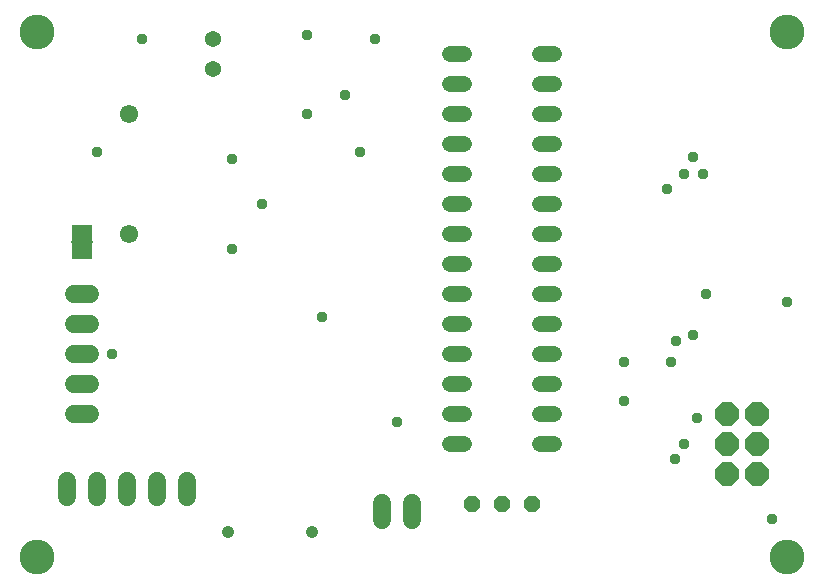
<source format=gbs>
G75*
G70*
%OFA0B0*%
%FSLAX24Y24*%
%IPPOS*%
%LPD*%
%AMOC8*
5,1,8,0,0,1.08239X$1,22.5*
%
%ADD10C,0.1162*%
%ADD11C,0.0611*%
%ADD12OC8,0.0800*%
%ADD13C,0.0414*%
%ADD14C,0.0540*%
%ADD15C,0.0540*%
%ADD16OC8,0.0540*%
%ADD17C,0.0614*%
%ADD18R,0.0690X0.0520*%
%ADD19R,0.0720X0.0060*%
%ADD20C,0.0376*%
D10*
X002159Y002155D03*
X002159Y019655D03*
X027159Y019655D03*
X027159Y002155D03*
D11*
X005234Y012905D03*
X005234Y016905D03*
D12*
X025159Y006905D03*
X025159Y005905D03*
X026159Y005905D03*
X026159Y006905D03*
X026159Y004905D03*
X025159Y004905D03*
D13*
X011317Y002968D03*
X008521Y002968D03*
D14*
X015919Y005905D02*
X016399Y005905D01*
X016399Y006905D02*
X015919Y006905D01*
X015919Y007905D02*
X016399Y007905D01*
X016399Y008905D02*
X015919Y008905D01*
X015919Y009905D02*
X016399Y009905D01*
X016399Y010905D02*
X015919Y010905D01*
X015919Y011905D02*
X016399Y011905D01*
X016399Y012905D02*
X015919Y012905D01*
X015919Y013905D02*
X016399Y013905D01*
X016399Y014905D02*
X015919Y014905D01*
X015919Y015905D02*
X016399Y015905D01*
X016399Y016905D02*
X015919Y016905D01*
X015919Y017905D02*
X016399Y017905D01*
X016399Y018905D02*
X015919Y018905D01*
X018919Y018905D02*
X019399Y018905D01*
X019399Y017905D02*
X018919Y017905D01*
X018919Y016905D02*
X019399Y016905D01*
X019399Y015905D02*
X018919Y015905D01*
X018919Y014905D02*
X019399Y014905D01*
X019399Y013905D02*
X018919Y013905D01*
X018919Y012905D02*
X019399Y012905D01*
X019399Y011905D02*
X018919Y011905D01*
X018919Y010905D02*
X019399Y010905D01*
X019399Y009905D02*
X018919Y009905D01*
X018919Y008905D02*
X019399Y008905D01*
X019399Y007905D02*
X018919Y007905D01*
X018919Y006905D02*
X019399Y006905D01*
X019399Y005905D02*
X018919Y005905D01*
D15*
X008034Y018405D03*
X008034Y019405D03*
D16*
X016659Y003905D03*
X017659Y003905D03*
X018659Y003905D03*
D17*
X014659Y003932D02*
X014659Y003378D01*
X013659Y003378D02*
X013659Y003932D01*
X007159Y004128D02*
X007159Y004682D01*
X006159Y004682D02*
X006159Y004128D01*
X005159Y004128D02*
X005159Y004682D01*
X004159Y004682D02*
X004159Y004128D01*
X003159Y004128D02*
X003159Y004682D01*
X003382Y006905D02*
X003936Y006905D01*
X003936Y007905D02*
X003382Y007905D01*
X003382Y008905D02*
X003936Y008905D01*
X003936Y009905D02*
X003382Y009905D01*
X003382Y010905D02*
X003936Y010905D01*
D18*
X003659Y012355D03*
X003659Y012955D03*
D19*
X003659Y012655D03*
D20*
X004159Y015655D03*
X008659Y015405D03*
X009659Y013905D03*
X008659Y012405D03*
X011659Y010155D03*
X014159Y006655D03*
X021722Y007343D03*
X021722Y008655D03*
X023284Y008655D03*
X023472Y009343D03*
X024034Y009530D03*
X024472Y010905D03*
X027159Y010655D03*
X024159Y006780D03*
X023722Y005905D03*
X023409Y005405D03*
X026659Y003405D03*
X023159Y014405D03*
X023722Y014905D03*
X024347Y014905D03*
X024034Y015468D03*
X013409Y019405D03*
X012409Y017530D03*
X011159Y016905D03*
X012909Y015655D03*
X011159Y019530D03*
X005659Y019405D03*
X004659Y008905D03*
M02*

</source>
